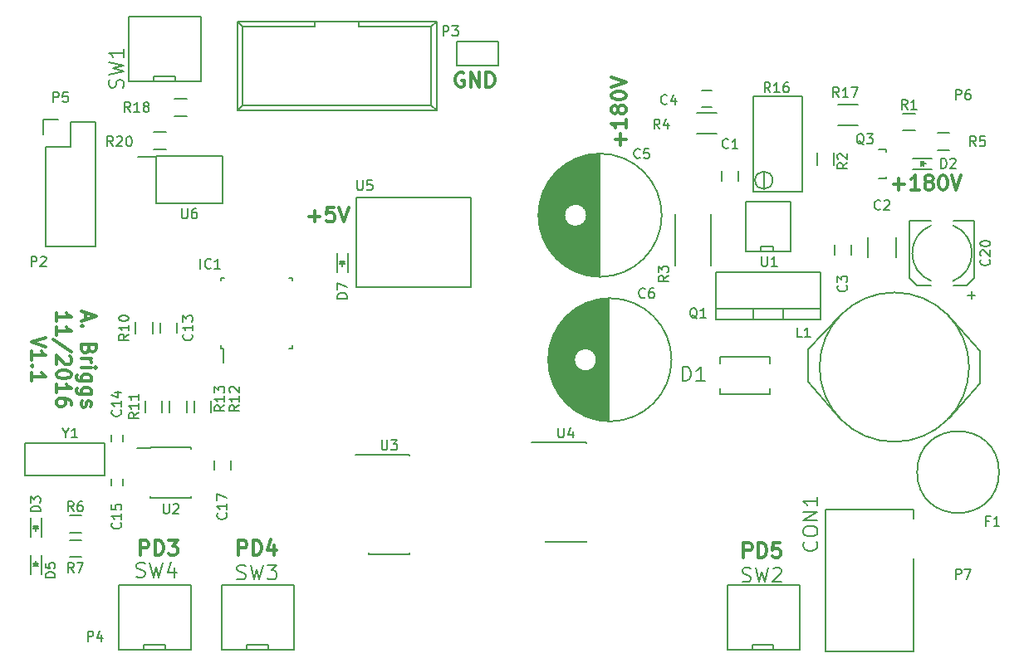
<source format=gto>
G04 #@! TF.FileFunction,Legend,Top*
%FSLAX46Y46*%
G04 Gerber Fmt 4.6, Leading zero omitted, Abs format (unit mm)*
G04 Created by KiCad (PCBNEW 4.0.4-stable) date 11/22/16 21:10:50*
%MOMM*%
%LPD*%
G01*
G04 APERTURE LIST*
%ADD10C,0.100000*%
%ADD11C,0.300000*%
%ADD12C,0.150000*%
G04 APERTURE END LIST*
D10*
D11*
X159607143Y-61000000D02*
X159464286Y-60928571D01*
X159250000Y-60928571D01*
X159035715Y-61000000D01*
X158892857Y-61142857D01*
X158821429Y-61285714D01*
X158750000Y-61571429D01*
X158750000Y-61785714D01*
X158821429Y-62071429D01*
X158892857Y-62214286D01*
X159035715Y-62357143D01*
X159250000Y-62428571D01*
X159392857Y-62428571D01*
X159607143Y-62357143D01*
X159678572Y-62285714D01*
X159678572Y-61785714D01*
X159392857Y-61785714D01*
X160321429Y-62428571D02*
X160321429Y-60928571D01*
X161178572Y-62428571D01*
X161178572Y-60928571D01*
X161892858Y-62428571D02*
X161892858Y-60928571D01*
X162250001Y-60928571D01*
X162464286Y-61000000D01*
X162607144Y-61142857D01*
X162678572Y-61285714D01*
X162750001Y-61571429D01*
X162750001Y-61785714D01*
X162678572Y-62071429D01*
X162607144Y-62214286D01*
X162464286Y-62357143D01*
X162250001Y-62428571D01*
X161892858Y-62428571D01*
X175607143Y-68357142D02*
X175607143Y-67214285D01*
X176178571Y-67785714D02*
X175035714Y-67785714D01*
X176178571Y-65714285D02*
X176178571Y-66571428D01*
X176178571Y-66142856D02*
X174678571Y-66142856D01*
X174892857Y-66285713D01*
X175035714Y-66428571D01*
X175107143Y-66571428D01*
X175321429Y-64857142D02*
X175250000Y-65000000D01*
X175178571Y-65071428D01*
X175035714Y-65142857D01*
X174964286Y-65142857D01*
X174821429Y-65071428D01*
X174750000Y-65000000D01*
X174678571Y-64857142D01*
X174678571Y-64571428D01*
X174750000Y-64428571D01*
X174821429Y-64357142D01*
X174964286Y-64285714D01*
X175035714Y-64285714D01*
X175178571Y-64357142D01*
X175250000Y-64428571D01*
X175321429Y-64571428D01*
X175321429Y-64857142D01*
X175392857Y-65000000D01*
X175464286Y-65071428D01*
X175607143Y-65142857D01*
X175892857Y-65142857D01*
X176035714Y-65071428D01*
X176107143Y-65000000D01*
X176178571Y-64857142D01*
X176178571Y-64571428D01*
X176107143Y-64428571D01*
X176035714Y-64357142D01*
X175892857Y-64285714D01*
X175607143Y-64285714D01*
X175464286Y-64357142D01*
X175392857Y-64428571D01*
X175321429Y-64571428D01*
X174678571Y-63357143D02*
X174678571Y-63214286D01*
X174750000Y-63071429D01*
X174821429Y-63000000D01*
X174964286Y-62928571D01*
X175250000Y-62857143D01*
X175607143Y-62857143D01*
X175892857Y-62928571D01*
X176035714Y-63000000D01*
X176107143Y-63071429D01*
X176178571Y-63214286D01*
X176178571Y-63357143D01*
X176107143Y-63500000D01*
X176035714Y-63571429D01*
X175892857Y-63642857D01*
X175607143Y-63714286D01*
X175250000Y-63714286D01*
X174964286Y-63642857D01*
X174821429Y-63571429D01*
X174750000Y-63500000D01*
X174678571Y-63357143D01*
X174678571Y-62428572D02*
X176178571Y-61928572D01*
X174678571Y-61428572D01*
X126642858Y-110178571D02*
X126642858Y-108678571D01*
X127214286Y-108678571D01*
X127357144Y-108750000D01*
X127428572Y-108821429D01*
X127500001Y-108964286D01*
X127500001Y-109178571D01*
X127428572Y-109321429D01*
X127357144Y-109392857D01*
X127214286Y-109464286D01*
X126642858Y-109464286D01*
X128142858Y-110178571D02*
X128142858Y-108678571D01*
X128500001Y-108678571D01*
X128714286Y-108750000D01*
X128857144Y-108892857D01*
X128928572Y-109035714D01*
X129000001Y-109321429D01*
X129000001Y-109535714D01*
X128928572Y-109821429D01*
X128857144Y-109964286D01*
X128714286Y-110107143D01*
X128500001Y-110178571D01*
X128142858Y-110178571D01*
X129500001Y-108678571D02*
X130428572Y-108678571D01*
X129928572Y-109250000D01*
X130142858Y-109250000D01*
X130285715Y-109321429D01*
X130357144Y-109392857D01*
X130428572Y-109535714D01*
X130428572Y-109892857D01*
X130357144Y-110035714D01*
X130285715Y-110107143D01*
X130142858Y-110178571D01*
X129714286Y-110178571D01*
X129571429Y-110107143D01*
X129500001Y-110035714D01*
X136642858Y-110178571D02*
X136642858Y-108678571D01*
X137214286Y-108678571D01*
X137357144Y-108750000D01*
X137428572Y-108821429D01*
X137500001Y-108964286D01*
X137500001Y-109178571D01*
X137428572Y-109321429D01*
X137357144Y-109392857D01*
X137214286Y-109464286D01*
X136642858Y-109464286D01*
X138142858Y-110178571D02*
X138142858Y-108678571D01*
X138500001Y-108678571D01*
X138714286Y-108750000D01*
X138857144Y-108892857D01*
X138928572Y-109035714D01*
X139000001Y-109321429D01*
X139000001Y-109535714D01*
X138928572Y-109821429D01*
X138857144Y-109964286D01*
X138714286Y-110107143D01*
X138500001Y-110178571D01*
X138142858Y-110178571D01*
X140285715Y-109178571D02*
X140285715Y-110178571D01*
X139928572Y-108607143D02*
X139571429Y-109678571D01*
X140500001Y-109678571D01*
X188142858Y-110428571D02*
X188142858Y-108928571D01*
X188714286Y-108928571D01*
X188857144Y-109000000D01*
X188928572Y-109071429D01*
X189000001Y-109214286D01*
X189000001Y-109428571D01*
X188928572Y-109571429D01*
X188857144Y-109642857D01*
X188714286Y-109714286D01*
X188142858Y-109714286D01*
X189642858Y-110428571D02*
X189642858Y-108928571D01*
X190000001Y-108928571D01*
X190214286Y-109000000D01*
X190357144Y-109142857D01*
X190428572Y-109285714D01*
X190500001Y-109571429D01*
X190500001Y-109785714D01*
X190428572Y-110071429D01*
X190357144Y-110214286D01*
X190214286Y-110357143D01*
X190000001Y-110428571D01*
X189642858Y-110428571D01*
X191857144Y-108928571D02*
X191142858Y-108928571D01*
X191071429Y-109642857D01*
X191142858Y-109571429D01*
X191285715Y-109500000D01*
X191642858Y-109500000D01*
X191785715Y-109571429D01*
X191857144Y-109642857D01*
X191928572Y-109785714D01*
X191928572Y-110142857D01*
X191857144Y-110285714D01*
X191785715Y-110357143D01*
X191642858Y-110428571D01*
X191285715Y-110428571D01*
X191142858Y-110357143D01*
X191071429Y-110285714D01*
X203392858Y-72357143D02*
X204535715Y-72357143D01*
X203964286Y-72928571D02*
X203964286Y-71785714D01*
X206035715Y-72928571D02*
X205178572Y-72928571D01*
X205607144Y-72928571D02*
X205607144Y-71428571D01*
X205464287Y-71642857D01*
X205321429Y-71785714D01*
X205178572Y-71857143D01*
X206892858Y-72071429D02*
X206750000Y-72000000D01*
X206678572Y-71928571D01*
X206607143Y-71785714D01*
X206607143Y-71714286D01*
X206678572Y-71571429D01*
X206750000Y-71500000D01*
X206892858Y-71428571D01*
X207178572Y-71428571D01*
X207321429Y-71500000D01*
X207392858Y-71571429D01*
X207464286Y-71714286D01*
X207464286Y-71785714D01*
X207392858Y-71928571D01*
X207321429Y-72000000D01*
X207178572Y-72071429D01*
X206892858Y-72071429D01*
X206750000Y-72142857D01*
X206678572Y-72214286D01*
X206607143Y-72357143D01*
X206607143Y-72642857D01*
X206678572Y-72785714D01*
X206750000Y-72857143D01*
X206892858Y-72928571D01*
X207178572Y-72928571D01*
X207321429Y-72857143D01*
X207392858Y-72785714D01*
X207464286Y-72642857D01*
X207464286Y-72357143D01*
X207392858Y-72214286D01*
X207321429Y-72142857D01*
X207178572Y-72071429D01*
X208392857Y-71428571D02*
X208535714Y-71428571D01*
X208678571Y-71500000D01*
X208750000Y-71571429D01*
X208821429Y-71714286D01*
X208892857Y-72000000D01*
X208892857Y-72357143D01*
X208821429Y-72642857D01*
X208750000Y-72785714D01*
X208678571Y-72857143D01*
X208535714Y-72928571D01*
X208392857Y-72928571D01*
X208250000Y-72857143D01*
X208178571Y-72785714D01*
X208107143Y-72642857D01*
X208035714Y-72357143D01*
X208035714Y-72000000D01*
X208107143Y-71714286D01*
X208178571Y-71571429D01*
X208250000Y-71500000D01*
X208392857Y-71428571D01*
X209321428Y-71428571D02*
X209821428Y-72928571D01*
X210321428Y-71428571D01*
X143821429Y-75607143D02*
X144964286Y-75607143D01*
X144392857Y-76178571D02*
X144392857Y-75035714D01*
X146392858Y-74678571D02*
X145678572Y-74678571D01*
X145607143Y-75392857D01*
X145678572Y-75321429D01*
X145821429Y-75250000D01*
X146178572Y-75250000D01*
X146321429Y-75321429D01*
X146392858Y-75392857D01*
X146464286Y-75535714D01*
X146464286Y-75892857D01*
X146392858Y-76035714D01*
X146321429Y-76107143D01*
X146178572Y-76178571D01*
X145821429Y-76178571D01*
X145678572Y-76107143D01*
X145607143Y-76035714D01*
X146892857Y-74678571D02*
X147392857Y-76178571D01*
X147892857Y-74678571D01*
X121050000Y-85428571D02*
X121050000Y-86142857D01*
X120621429Y-85285714D02*
X122121429Y-85785714D01*
X120621429Y-86285714D01*
X120764286Y-86785714D02*
X120692857Y-86857142D01*
X120621429Y-86785714D01*
X120692857Y-86714285D01*
X120764286Y-86785714D01*
X120621429Y-86785714D01*
X121407143Y-89142857D02*
X121335714Y-89357143D01*
X121264286Y-89428571D01*
X121121429Y-89500000D01*
X120907143Y-89500000D01*
X120764286Y-89428571D01*
X120692857Y-89357143D01*
X120621429Y-89214285D01*
X120621429Y-88642857D01*
X122121429Y-88642857D01*
X122121429Y-89142857D01*
X122050000Y-89285714D01*
X121978571Y-89357143D01*
X121835714Y-89428571D01*
X121692857Y-89428571D01*
X121550000Y-89357143D01*
X121478571Y-89285714D01*
X121407143Y-89142857D01*
X121407143Y-88642857D01*
X120621429Y-90142857D02*
X121621429Y-90142857D01*
X121335714Y-90142857D02*
X121478571Y-90214285D01*
X121550000Y-90285714D01*
X121621429Y-90428571D01*
X121621429Y-90571428D01*
X120621429Y-91071428D02*
X121621429Y-91071428D01*
X122121429Y-91071428D02*
X122050000Y-90999999D01*
X121978571Y-91071428D01*
X122050000Y-91142856D01*
X122121429Y-91071428D01*
X121978571Y-91071428D01*
X121621429Y-92428571D02*
X120407143Y-92428571D01*
X120264286Y-92357142D01*
X120192857Y-92285714D01*
X120121429Y-92142857D01*
X120121429Y-91928571D01*
X120192857Y-91785714D01*
X120692857Y-92428571D02*
X120621429Y-92285714D01*
X120621429Y-92000000D01*
X120692857Y-91857142D01*
X120764286Y-91785714D01*
X120907143Y-91714285D01*
X121335714Y-91714285D01*
X121478571Y-91785714D01*
X121550000Y-91857142D01*
X121621429Y-92000000D01*
X121621429Y-92285714D01*
X121550000Y-92428571D01*
X121621429Y-93785714D02*
X120407143Y-93785714D01*
X120264286Y-93714285D01*
X120192857Y-93642857D01*
X120121429Y-93500000D01*
X120121429Y-93285714D01*
X120192857Y-93142857D01*
X120692857Y-93785714D02*
X120621429Y-93642857D01*
X120621429Y-93357143D01*
X120692857Y-93214285D01*
X120764286Y-93142857D01*
X120907143Y-93071428D01*
X121335714Y-93071428D01*
X121478571Y-93142857D01*
X121550000Y-93214285D01*
X121621429Y-93357143D01*
X121621429Y-93642857D01*
X121550000Y-93785714D01*
X120692857Y-94428571D02*
X120621429Y-94571428D01*
X120621429Y-94857143D01*
X120692857Y-95000000D01*
X120835714Y-95071428D01*
X120907143Y-95071428D01*
X121050000Y-95000000D01*
X121121429Y-94857143D01*
X121121429Y-94642857D01*
X121192857Y-94500000D01*
X121335714Y-94428571D01*
X121407143Y-94428571D01*
X121550000Y-94500000D01*
X121621429Y-94642857D01*
X121621429Y-94857143D01*
X121550000Y-95000000D01*
X118071429Y-86321430D02*
X118071429Y-85464287D01*
X118071429Y-85892859D02*
X119571429Y-85892859D01*
X119357143Y-85750002D01*
X119214286Y-85607144D01*
X119142857Y-85464287D01*
X118071429Y-87750001D02*
X118071429Y-86892858D01*
X118071429Y-87321430D02*
X119571429Y-87321430D01*
X119357143Y-87178573D01*
X119214286Y-87035715D01*
X119142857Y-86892858D01*
X119642857Y-89464286D02*
X117714286Y-88178572D01*
X119428571Y-89892858D02*
X119500000Y-89964287D01*
X119571429Y-90107144D01*
X119571429Y-90464287D01*
X119500000Y-90607144D01*
X119428571Y-90678573D01*
X119285714Y-90750001D01*
X119142857Y-90750001D01*
X118928571Y-90678573D01*
X118071429Y-89821430D01*
X118071429Y-90750001D01*
X119571429Y-91678572D02*
X119571429Y-91821429D01*
X119500000Y-91964286D01*
X119428571Y-92035715D01*
X119285714Y-92107144D01*
X119000000Y-92178572D01*
X118642857Y-92178572D01*
X118357143Y-92107144D01*
X118214286Y-92035715D01*
X118142857Y-91964286D01*
X118071429Y-91821429D01*
X118071429Y-91678572D01*
X118142857Y-91535715D01*
X118214286Y-91464286D01*
X118357143Y-91392858D01*
X118642857Y-91321429D01*
X119000000Y-91321429D01*
X119285714Y-91392858D01*
X119428571Y-91464286D01*
X119500000Y-91535715D01*
X119571429Y-91678572D01*
X118071429Y-93607143D02*
X118071429Y-92750000D01*
X118071429Y-93178572D02*
X119571429Y-93178572D01*
X119357143Y-93035715D01*
X119214286Y-92892857D01*
X119142857Y-92750000D01*
X119571429Y-94892857D02*
X119571429Y-94607143D01*
X119500000Y-94464286D01*
X119428571Y-94392857D01*
X119214286Y-94250000D01*
X118928571Y-94178571D01*
X118357143Y-94178571D01*
X118214286Y-94250000D01*
X118142857Y-94321428D01*
X118071429Y-94464286D01*
X118071429Y-94750000D01*
X118142857Y-94892857D01*
X118214286Y-94964286D01*
X118357143Y-95035714D01*
X118714286Y-95035714D01*
X118857143Y-94964286D01*
X118928571Y-94892857D01*
X119000000Y-94750000D01*
X119000000Y-94464286D01*
X118928571Y-94321428D01*
X118857143Y-94250000D01*
X118714286Y-94178571D01*
X117021429Y-87964286D02*
X115521429Y-88464286D01*
X117021429Y-88964286D01*
X115521429Y-90250000D02*
X115521429Y-89392857D01*
X115521429Y-89821429D02*
X117021429Y-89821429D01*
X116807143Y-89678572D01*
X116664286Y-89535714D01*
X116592857Y-89392857D01*
X115664286Y-90892857D02*
X115592857Y-90964285D01*
X115521429Y-90892857D01*
X115592857Y-90821428D01*
X115664286Y-90892857D01*
X115521429Y-90892857D01*
X115521429Y-92392857D02*
X115521429Y-91535714D01*
X115521429Y-91964286D02*
X117021429Y-91964286D01*
X116807143Y-91821429D01*
X116664286Y-91678571D01*
X116592857Y-91535714D01*
D12*
X122060000Y-65980000D02*
X122060000Y-78680000D01*
X122060000Y-78680000D02*
X116980000Y-78680000D01*
X116980000Y-78680000D02*
X116980000Y-68520000D01*
X122060000Y-65980000D02*
X119520000Y-65980000D01*
X118250000Y-65700000D02*
X116700000Y-65700000D01*
X119520000Y-65980000D02*
X119520000Y-68520000D01*
X119520000Y-68520000D02*
X116980000Y-68520000D01*
X116700000Y-65700000D02*
X116700000Y-67250000D01*
X201949200Y-68750180D02*
X202650240Y-68750180D01*
X202650240Y-68750180D02*
X202650240Y-68999100D01*
X202650240Y-71549160D02*
X202650240Y-71749820D01*
X202650240Y-71749820D02*
X201949200Y-71749820D01*
X146700000Y-79400000D02*
X146700000Y-81300000D01*
X147800000Y-79400000D02*
X147800000Y-81300000D01*
X147250000Y-80300000D02*
X147250000Y-80750000D01*
X147500000Y-80250000D02*
X147000000Y-80250000D01*
X147250000Y-80250000D02*
X147500000Y-80500000D01*
X147500000Y-80500000D02*
X147000000Y-80500000D01*
X147000000Y-80500000D02*
X147250000Y-80250000D01*
X214175000Y-101710000D02*
G75*
G03X214175000Y-101710000I-4175000J0D01*
G01*
X131350000Y-65375000D02*
X130150000Y-65375000D01*
X130150000Y-63625000D02*
X131350000Y-63625000D01*
X127675000Y-99175000D02*
X127675000Y-99225000D01*
X131825000Y-99175000D02*
X131825000Y-99320000D01*
X131825000Y-104325000D02*
X131825000Y-104180000D01*
X127675000Y-104325000D02*
X127675000Y-104180000D01*
X127675000Y-99175000D02*
X131825000Y-99175000D01*
X127675000Y-104325000D02*
X131825000Y-104325000D01*
X127675000Y-99225000D02*
X126275000Y-99225000D01*
X185900000Y-71000000D02*
X185900000Y-72000000D01*
X187600000Y-72000000D02*
X187600000Y-71000000D01*
X197400000Y-78500000D02*
X197400000Y-79500000D01*
X199100000Y-79500000D02*
X199100000Y-78500000D01*
X183875000Y-64475000D02*
X184875000Y-64475000D01*
X184875000Y-62775000D02*
X183875000Y-62775000D01*
X173425000Y-81750000D02*
X173425000Y-69250000D01*
X173285000Y-81746000D02*
X173285000Y-69254000D01*
X173145000Y-81740000D02*
X173145000Y-69260000D01*
X173005000Y-81730000D02*
X173005000Y-69270000D01*
X172865000Y-81718000D02*
X172865000Y-69282000D01*
X172725000Y-81702000D02*
X172725000Y-69298000D01*
X172585000Y-81683000D02*
X172585000Y-69317000D01*
X172445000Y-81660000D02*
X172445000Y-69340000D01*
X172305000Y-81635000D02*
X172305000Y-69365000D01*
X172165000Y-81606000D02*
X172165000Y-69394000D01*
X172025000Y-81573000D02*
X172025000Y-76021000D01*
X172025000Y-74979000D02*
X172025000Y-69427000D01*
X171885000Y-81538000D02*
X171885000Y-76234000D01*
X171885000Y-74766000D02*
X171885000Y-69462000D01*
X171745000Y-81499000D02*
X171745000Y-76376000D01*
X171745000Y-74624000D02*
X171745000Y-69501000D01*
X171605000Y-81456000D02*
X171605000Y-76478000D01*
X171605000Y-74522000D02*
X171605000Y-69544000D01*
X171465000Y-81409000D02*
X171465000Y-76552000D01*
X171465000Y-74448000D02*
X171465000Y-69591000D01*
X171325000Y-81359000D02*
X171325000Y-76603000D01*
X171325000Y-74397000D02*
X171325000Y-69641000D01*
X171185000Y-81305000D02*
X171185000Y-76635000D01*
X171185000Y-74365000D02*
X171185000Y-69695000D01*
X171045000Y-81248000D02*
X171045000Y-76649000D01*
X171045000Y-74351000D02*
X171045000Y-69752000D01*
X170905000Y-81186000D02*
X170905000Y-76646000D01*
X170905000Y-74354000D02*
X170905000Y-69814000D01*
X170765000Y-81120000D02*
X170765000Y-76626000D01*
X170765000Y-74374000D02*
X170765000Y-69880000D01*
X170625000Y-81049000D02*
X170625000Y-76587000D01*
X170625000Y-74413000D02*
X170625000Y-69951000D01*
X170485000Y-80975000D02*
X170485000Y-76528000D01*
X170485000Y-74472000D02*
X170485000Y-70025000D01*
X170345000Y-80895000D02*
X170345000Y-76445000D01*
X170345000Y-74555000D02*
X170345000Y-70105000D01*
X170205000Y-80811000D02*
X170205000Y-76331000D01*
X170205000Y-74669000D02*
X170205000Y-70189000D01*
X170065000Y-80721000D02*
X170065000Y-76170000D01*
X170065000Y-74830000D02*
X170065000Y-70279000D01*
X169925000Y-80627000D02*
X169925000Y-75909000D01*
X169925000Y-75091000D02*
X169925000Y-70373000D01*
X169785000Y-80526000D02*
X169785000Y-70474000D01*
X169645000Y-80419000D02*
X169645000Y-70581000D01*
X169505000Y-80307000D02*
X169505000Y-70693000D01*
X169365000Y-80187000D02*
X169365000Y-70813000D01*
X169225000Y-80059000D02*
X169225000Y-70941000D01*
X169085000Y-79924000D02*
X169085000Y-71076000D01*
X168945000Y-79780000D02*
X168945000Y-71220000D01*
X168805000Y-79625000D02*
X168805000Y-71375000D01*
X168665000Y-79460000D02*
X168665000Y-71540000D01*
X168525000Y-79283000D02*
X168525000Y-71717000D01*
X168385000Y-79092000D02*
X168385000Y-71908000D01*
X168245000Y-78883000D02*
X168245000Y-72117000D01*
X168105000Y-78655000D02*
X168105000Y-72345000D01*
X167965000Y-78403000D02*
X167965000Y-72597000D01*
X167825000Y-78119000D02*
X167825000Y-72881000D01*
X167685000Y-77791000D02*
X167685000Y-73209000D01*
X167545000Y-77397000D02*
X167545000Y-73603000D01*
X167405000Y-76883000D02*
X167405000Y-74117000D01*
X167265000Y-75933000D02*
X167265000Y-75067000D01*
X172150000Y-75500000D02*
G75*
G03X172150000Y-75500000I-1150000J0D01*
G01*
X179787500Y-75500000D02*
G75*
G03X179787500Y-75500000I-6287500J0D01*
G01*
X174425000Y-96500000D02*
X174425000Y-84000000D01*
X174285000Y-96496000D02*
X174285000Y-84004000D01*
X174145000Y-96490000D02*
X174145000Y-84010000D01*
X174005000Y-96480000D02*
X174005000Y-84020000D01*
X173865000Y-96468000D02*
X173865000Y-84032000D01*
X173725000Y-96452000D02*
X173725000Y-84048000D01*
X173585000Y-96433000D02*
X173585000Y-84067000D01*
X173445000Y-96410000D02*
X173445000Y-84090000D01*
X173305000Y-96385000D02*
X173305000Y-84115000D01*
X173165000Y-96356000D02*
X173165000Y-84144000D01*
X173025000Y-96323000D02*
X173025000Y-90771000D01*
X173025000Y-89729000D02*
X173025000Y-84177000D01*
X172885000Y-96288000D02*
X172885000Y-90984000D01*
X172885000Y-89516000D02*
X172885000Y-84212000D01*
X172745000Y-96249000D02*
X172745000Y-91126000D01*
X172745000Y-89374000D02*
X172745000Y-84251000D01*
X172605000Y-96206000D02*
X172605000Y-91228000D01*
X172605000Y-89272000D02*
X172605000Y-84294000D01*
X172465000Y-96159000D02*
X172465000Y-91302000D01*
X172465000Y-89198000D02*
X172465000Y-84341000D01*
X172325000Y-96109000D02*
X172325000Y-91353000D01*
X172325000Y-89147000D02*
X172325000Y-84391000D01*
X172185000Y-96055000D02*
X172185000Y-91385000D01*
X172185000Y-89115000D02*
X172185000Y-84445000D01*
X172045000Y-95998000D02*
X172045000Y-91399000D01*
X172045000Y-89101000D02*
X172045000Y-84502000D01*
X171905000Y-95936000D02*
X171905000Y-91396000D01*
X171905000Y-89104000D02*
X171905000Y-84564000D01*
X171765000Y-95870000D02*
X171765000Y-91376000D01*
X171765000Y-89124000D02*
X171765000Y-84630000D01*
X171625000Y-95799000D02*
X171625000Y-91337000D01*
X171625000Y-89163000D02*
X171625000Y-84701000D01*
X171485000Y-95725000D02*
X171485000Y-91278000D01*
X171485000Y-89222000D02*
X171485000Y-84775000D01*
X171345000Y-95645000D02*
X171345000Y-91195000D01*
X171345000Y-89305000D02*
X171345000Y-84855000D01*
X171205000Y-95561000D02*
X171205000Y-91081000D01*
X171205000Y-89419000D02*
X171205000Y-84939000D01*
X171065000Y-95471000D02*
X171065000Y-90920000D01*
X171065000Y-89580000D02*
X171065000Y-85029000D01*
X170925000Y-95377000D02*
X170925000Y-90659000D01*
X170925000Y-89841000D02*
X170925000Y-85123000D01*
X170785000Y-95276000D02*
X170785000Y-85224000D01*
X170645000Y-95169000D02*
X170645000Y-85331000D01*
X170505000Y-95057000D02*
X170505000Y-85443000D01*
X170365000Y-94937000D02*
X170365000Y-85563000D01*
X170225000Y-94809000D02*
X170225000Y-85691000D01*
X170085000Y-94674000D02*
X170085000Y-85826000D01*
X169945000Y-94530000D02*
X169945000Y-85970000D01*
X169805000Y-94375000D02*
X169805000Y-86125000D01*
X169665000Y-94210000D02*
X169665000Y-86290000D01*
X169525000Y-94033000D02*
X169525000Y-86467000D01*
X169385000Y-93842000D02*
X169385000Y-86658000D01*
X169245000Y-93633000D02*
X169245000Y-86867000D01*
X169105000Y-93405000D02*
X169105000Y-87095000D01*
X168965000Y-93153000D02*
X168965000Y-87347000D01*
X168825000Y-92869000D02*
X168825000Y-87631000D01*
X168685000Y-92541000D02*
X168685000Y-87959000D01*
X168545000Y-92147000D02*
X168545000Y-88353000D01*
X168405000Y-91633000D02*
X168405000Y-88867000D01*
X168265000Y-90683000D02*
X168265000Y-89817000D01*
X173150000Y-90250000D02*
G75*
G03X173150000Y-90250000I-1150000J0D01*
G01*
X180787500Y-90250000D02*
G75*
G03X180787500Y-90250000I-6287500J0D01*
G01*
X130350000Y-87500000D02*
X130350000Y-86500000D01*
X128650000Y-86500000D02*
X128650000Y-87500000D01*
X134150000Y-100500000D02*
X134150000Y-101500000D01*
X135850000Y-101500000D02*
X135850000Y-100500000D01*
X185760000Y-93145000D02*
X185760000Y-93780000D01*
X185760000Y-93780000D02*
X190840000Y-93780000D01*
X190840000Y-93780000D02*
X190840000Y-93145000D01*
X190840000Y-89970000D02*
X190840000Y-90605000D01*
X185760000Y-89970000D02*
X185760000Y-90605000D01*
X185760000Y-89970000D02*
X190840000Y-89970000D01*
X134875000Y-89125000D02*
X135100000Y-89125000D01*
X134875000Y-81875000D02*
X135200000Y-81875000D01*
X142125000Y-81875000D02*
X141800000Y-81875000D01*
X142125000Y-89125000D02*
X141800000Y-89125000D01*
X134875000Y-89125000D02*
X134875000Y-88800000D01*
X142125000Y-89125000D02*
X142125000Y-88800000D01*
X142125000Y-81875000D02*
X142125000Y-82200000D01*
X134875000Y-81875000D02*
X134875000Y-82200000D01*
X135100000Y-89125000D02*
X135100000Y-90550000D01*
X204400000Y-65125000D02*
X205600000Y-65125000D01*
X205600000Y-66875000D02*
X204400000Y-66875000D01*
X195625000Y-70350000D02*
X195625000Y-69150000D01*
X197375000Y-69150000D02*
X197375000Y-70350000D01*
X183375000Y-65050000D02*
X185375000Y-65050000D01*
X185375000Y-67200000D02*
X183375000Y-67200000D01*
X119400000Y-106125000D02*
X120600000Y-106125000D01*
X120600000Y-107875000D02*
X119400000Y-107875000D01*
X119400000Y-108625000D02*
X120600000Y-108625000D01*
X120600000Y-110375000D02*
X119400000Y-110375000D01*
X126125000Y-87600000D02*
X126125000Y-86400000D01*
X127875000Y-86400000D02*
X127875000Y-87600000D01*
X127125000Y-95600000D02*
X127125000Y-94400000D01*
X128875000Y-94400000D02*
X128875000Y-95600000D01*
X132125000Y-95600000D02*
X132125000Y-94400000D01*
X133875000Y-94400000D02*
X133875000Y-95600000D01*
X129625000Y-95600000D02*
X129625000Y-94400000D01*
X131375000Y-94400000D02*
X131375000Y-95600000D01*
X149925000Y-99925000D02*
X149925000Y-99950000D01*
X154075000Y-99925000D02*
X154075000Y-100030000D01*
X154075000Y-110075000D02*
X154075000Y-109970000D01*
X149925000Y-110075000D02*
X149925000Y-109970000D01*
X149925000Y-99925000D02*
X154075000Y-99925000D01*
X149925000Y-110075000D02*
X154075000Y-110075000D01*
X149925000Y-99950000D02*
X148550000Y-99950000D01*
X167925000Y-98675000D02*
X167925000Y-98700000D01*
X172075000Y-98675000D02*
X172075000Y-98780000D01*
X172075000Y-108825000D02*
X172075000Y-108720000D01*
X167925000Y-108825000D02*
X167925000Y-108720000D01*
X167925000Y-98675000D02*
X172075000Y-98675000D01*
X167925000Y-108825000D02*
X172075000Y-108825000D01*
X167925000Y-98700000D02*
X166550000Y-98700000D01*
X205400000Y-70800000D02*
X207300000Y-70800000D01*
X205400000Y-69700000D02*
X207300000Y-69700000D01*
X206300000Y-70250000D02*
X206750000Y-70250000D01*
X206250000Y-70000000D02*
X206250000Y-70500000D01*
X206250000Y-70250000D02*
X206500000Y-70000000D01*
X206500000Y-70000000D02*
X206500000Y-70500000D01*
X206500000Y-70500000D02*
X206250000Y-70250000D01*
X115450000Y-106400000D02*
X115450000Y-108300000D01*
X116550000Y-106400000D02*
X116550000Y-108300000D01*
X116000000Y-107300000D02*
X116000000Y-107750000D01*
X116250000Y-107250000D02*
X115750000Y-107250000D01*
X116000000Y-107250000D02*
X116250000Y-107500000D01*
X116250000Y-107500000D02*
X115750000Y-107500000D01*
X115750000Y-107500000D02*
X116000000Y-107250000D01*
X116550000Y-112100000D02*
X116550000Y-110200000D01*
X115450000Y-112100000D02*
X115450000Y-110200000D01*
X116000000Y-111200000D02*
X116000000Y-110750000D01*
X115750000Y-111250000D02*
X116250000Y-111250000D01*
X116000000Y-111250000D02*
X115750000Y-111000000D01*
X115750000Y-111000000D02*
X116250000Y-111000000D01*
X116250000Y-111000000D02*
X116000000Y-111250000D01*
X207900000Y-67125000D02*
X209100000Y-67125000D01*
X209100000Y-68875000D02*
X207900000Y-68875000D01*
X124850000Y-97900000D02*
X124850000Y-98600000D01*
X123650000Y-98600000D02*
X123650000Y-97900000D01*
X123650000Y-103100000D02*
X123650000Y-102400000D01*
X124850000Y-102400000D02*
X124850000Y-103100000D01*
X123020000Y-98750000D02*
X114892000Y-98750000D01*
X114892000Y-98750000D02*
X114892000Y-102052000D01*
X114892000Y-102052000D02*
X123020000Y-102052000D01*
X123020000Y-98750000D02*
X123020000Y-102052000D01*
X156830000Y-64820000D02*
X136510000Y-64820000D01*
X156290000Y-64270000D02*
X137070000Y-64270000D01*
X156830000Y-55720000D02*
X136510000Y-55720000D01*
X156290000Y-56270000D02*
X148920000Y-56270000D01*
X144420000Y-56270000D02*
X137070000Y-56270000D01*
X148920000Y-56270000D02*
X148920000Y-55720000D01*
X144420000Y-56270000D02*
X144420000Y-55720000D01*
X156830000Y-64820000D02*
X156830000Y-55720000D01*
X156290000Y-64270000D02*
X156290000Y-56270000D01*
X136510000Y-64820000D02*
X136510000Y-55720000D01*
X137070000Y-64270000D02*
X137070000Y-56270000D01*
X156830000Y-64820000D02*
X156290000Y-64270000D01*
X136510000Y-64820000D02*
X137070000Y-64270000D01*
X156830000Y-55720000D02*
X156290000Y-56270000D01*
X136510000Y-55720000D02*
X137070000Y-56270000D01*
X188339000Y-79165000D02*
X188339000Y-74085000D01*
X188339000Y-74085000D02*
X192911000Y-74085000D01*
X192911000Y-74085000D02*
X192911000Y-79165000D01*
X192911000Y-79165000D02*
X188339000Y-79165000D01*
X189863000Y-79165000D02*
X189863000Y-78657000D01*
X189863000Y-78657000D02*
X191133000Y-78657000D01*
X191133000Y-78657000D02*
X191133000Y-79165000D01*
X200775000Y-77750000D02*
X200775000Y-79750000D01*
X203725000Y-79750000D02*
X203725000Y-77750000D01*
X209490262Y-82208022D02*
G75*
G03X209492600Y-76542900I-1115262J2833022D01*
G01*
X207259738Y-76541978D02*
G75*
G03X207257400Y-82207100I1115262J-2833022D01*
G01*
X210915000Y-82677000D02*
X209492600Y-82677000D01*
X211677000Y-76073000D02*
X209492600Y-76073000D01*
X205073000Y-76073000D02*
X207257400Y-76073000D01*
X205835000Y-82677000D02*
X207257400Y-82677000D01*
X211677000Y-76073000D02*
X211677000Y-81915000D01*
X211677000Y-81915000D02*
X210915000Y-82677000D01*
X205835000Y-82677000D02*
X205073000Y-81915000D01*
X205073000Y-81915000D02*
X205073000Y-76073000D01*
X184825000Y-75400000D02*
X184825000Y-80600000D01*
X181175000Y-80600000D02*
X181175000Y-75400000D01*
X197750000Y-64175000D02*
X199750000Y-64175000D01*
X199750000Y-66325000D02*
X197750000Y-66325000D01*
X192149000Y-86173000D02*
X192149000Y-85030000D01*
X189101000Y-86173000D02*
X189101000Y-85030000D01*
X185291000Y-85030000D02*
X185291000Y-81347000D01*
X185291000Y-81347000D02*
X195959000Y-81347000D01*
X195959000Y-81347000D02*
X195959000Y-85030000D01*
X185291000Y-86173000D02*
X185291000Y-85030000D01*
X185291000Y-85030000D02*
X195959000Y-85030000D01*
X195959000Y-85030000D02*
X195959000Y-86173000D01*
X190625000Y-86173000D02*
X195959000Y-86173000D01*
X190625000Y-86173000D02*
X185291000Y-86173000D01*
X129225000Y-68750000D02*
X128025000Y-68750000D01*
X128025000Y-67000000D02*
X129225000Y-67000000D01*
X128225000Y-69575000D02*
X126425000Y-69575000D01*
X135025000Y-69425000D02*
X135025000Y-74325000D01*
X128225000Y-74325000D02*
X128225000Y-69425000D01*
X135025000Y-74325000D02*
X128225000Y-74325000D01*
X135025000Y-69425000D02*
X128225000Y-69425000D01*
X205500000Y-110500000D02*
X205500000Y-120000000D01*
X205500000Y-105500000D02*
X205500000Y-106500000D01*
X205500000Y-105500000D02*
X196500000Y-105500000D01*
X196500000Y-105500000D02*
X196500000Y-120000000D01*
X196500000Y-120000000D02*
X205500000Y-120000000D01*
X127016000Y-119830000D02*
X127016000Y-119322000D01*
X127016000Y-119322000D02*
X129175000Y-119322000D01*
X129175000Y-119322000D02*
X129175000Y-119830000D01*
X124476000Y-115766000D02*
X124476000Y-113226000D01*
X124476000Y-113226000D02*
X131842000Y-113226000D01*
X131842000Y-113226000D02*
X131842000Y-115766000D01*
X124476000Y-115766000D02*
X124476000Y-119830000D01*
X124476000Y-119830000D02*
X131842000Y-119830000D01*
X131842000Y-119830000D02*
X131842000Y-115766000D01*
X137516000Y-119830000D02*
X137516000Y-119322000D01*
X137516000Y-119322000D02*
X139675000Y-119322000D01*
X139675000Y-119322000D02*
X139675000Y-119830000D01*
X134976000Y-115766000D02*
X134976000Y-113226000D01*
X134976000Y-113226000D02*
X142342000Y-113226000D01*
X142342000Y-113226000D02*
X142342000Y-115766000D01*
X134976000Y-115766000D02*
X134976000Y-119830000D01*
X134976000Y-119830000D02*
X142342000Y-119830000D01*
X142342000Y-119830000D02*
X142342000Y-115766000D01*
X189016000Y-119830000D02*
X189016000Y-119322000D01*
X189016000Y-119322000D02*
X191175000Y-119322000D01*
X191175000Y-119322000D02*
X191175000Y-119830000D01*
X186476000Y-115766000D02*
X186476000Y-113226000D01*
X186476000Y-113226000D02*
X193842000Y-113226000D01*
X193842000Y-113226000D02*
X193842000Y-115766000D01*
X186476000Y-115766000D02*
X186476000Y-119830000D01*
X186476000Y-119830000D02*
X193842000Y-119830000D01*
X193842000Y-119830000D02*
X193842000Y-115766000D01*
X128016000Y-61830000D02*
X128016000Y-61322000D01*
X128016000Y-61322000D02*
X130175000Y-61322000D01*
X130175000Y-61322000D02*
X130175000Y-61830000D01*
X125476000Y-57766000D02*
X125476000Y-55226000D01*
X125476000Y-55226000D02*
X132842000Y-55226000D01*
X132842000Y-55226000D02*
X132842000Y-57766000D01*
X125476000Y-57766000D02*
X125476000Y-61830000D01*
X125476000Y-61830000D02*
X132842000Y-61830000D01*
X132842000Y-61830000D02*
X132842000Y-57766000D01*
X160342000Y-73710000D02*
X148658000Y-73710000D01*
X148658000Y-73710000D02*
X148658000Y-82854000D01*
X148658000Y-82854000D02*
X160342000Y-82854000D01*
X160342000Y-82854000D02*
X160342000Y-73710000D01*
X190198000Y-72822000D02*
X190198000Y-71044000D01*
X191096026Y-71933000D02*
G75*
G03X191096026Y-71933000I-898026J0D01*
G01*
X194100000Y-63400000D02*
X194100000Y-73100000D01*
X194100000Y-73100000D02*
X189100000Y-73100000D01*
X194100000Y-63400000D02*
X189100000Y-63400000D01*
X189100000Y-73076000D02*
X189100000Y-63424000D01*
X194737000Y-89222000D02*
X197912000Y-85793000D01*
X212263000Y-89349000D02*
X208834000Y-85539000D01*
X194737000Y-92524000D02*
X197912000Y-96207000D01*
X212263000Y-92651000D02*
X209088000Y-96207000D01*
X211120000Y-91000000D02*
G75*
G03X211120000Y-91000000I-7620000J0D01*
G01*
X194737000Y-92524000D02*
X194737000Y-89222000D01*
X212263000Y-92651000D02*
X212263000Y-89349000D01*
X158900000Y-57800000D02*
X163100000Y-57800000D01*
X163100000Y-57800000D02*
X163100000Y-60200000D01*
X163100000Y-60200000D02*
X158900000Y-60200000D01*
X158900000Y-60200000D02*
X158900000Y-57800000D01*
X115511905Y-80702381D02*
X115511905Y-79702381D01*
X115892858Y-79702381D01*
X115988096Y-79750000D01*
X116035715Y-79797619D01*
X116083334Y-79892857D01*
X116083334Y-80035714D01*
X116035715Y-80130952D01*
X115988096Y-80178571D01*
X115892858Y-80226190D01*
X115511905Y-80226190D01*
X116464286Y-79797619D02*
X116511905Y-79750000D01*
X116607143Y-79702381D01*
X116845239Y-79702381D01*
X116940477Y-79750000D01*
X116988096Y-79797619D01*
X117035715Y-79892857D01*
X117035715Y-79988095D01*
X116988096Y-80130952D01*
X116416667Y-80702381D01*
X117035715Y-80702381D01*
X200404762Y-68297619D02*
X200309524Y-68250000D01*
X200214286Y-68154762D01*
X200071429Y-68011905D01*
X199976190Y-67964286D01*
X199880952Y-67964286D01*
X199928571Y-68202381D02*
X199833333Y-68154762D01*
X199738095Y-68059524D01*
X199690476Y-67869048D01*
X199690476Y-67535714D01*
X199738095Y-67345238D01*
X199833333Y-67250000D01*
X199928571Y-67202381D01*
X200119048Y-67202381D01*
X200214286Y-67250000D01*
X200309524Y-67345238D01*
X200357143Y-67535714D01*
X200357143Y-67869048D01*
X200309524Y-68059524D01*
X200214286Y-68154762D01*
X200119048Y-68202381D01*
X199928571Y-68202381D01*
X200690476Y-67202381D02*
X201309524Y-67202381D01*
X200976190Y-67583333D01*
X201119048Y-67583333D01*
X201214286Y-67630952D01*
X201261905Y-67678571D01*
X201309524Y-67773810D01*
X201309524Y-68011905D01*
X201261905Y-68107143D01*
X201214286Y-68154762D01*
X201119048Y-68202381D01*
X200833333Y-68202381D01*
X200738095Y-68154762D01*
X200690476Y-68107143D01*
X147702381Y-83988095D02*
X146702381Y-83988095D01*
X146702381Y-83750000D01*
X146750000Y-83607142D01*
X146845238Y-83511904D01*
X146940476Y-83464285D01*
X147130952Y-83416666D01*
X147273810Y-83416666D01*
X147464286Y-83464285D01*
X147559524Y-83511904D01*
X147654762Y-83607142D01*
X147702381Y-83750000D01*
X147702381Y-83988095D01*
X146702381Y-83083333D02*
X146702381Y-82416666D01*
X147702381Y-82845238D01*
X213166667Y-106678571D02*
X212833333Y-106678571D01*
X212833333Y-107202381D02*
X212833333Y-106202381D01*
X213309524Y-106202381D01*
X214214286Y-107202381D02*
X213642857Y-107202381D01*
X213928571Y-107202381D02*
X213928571Y-106202381D01*
X213833333Y-106345238D01*
X213738095Y-106440476D01*
X213642857Y-106488095D01*
X125607143Y-64952381D02*
X125273809Y-64476190D01*
X125035714Y-64952381D02*
X125035714Y-63952381D01*
X125416667Y-63952381D01*
X125511905Y-64000000D01*
X125559524Y-64047619D01*
X125607143Y-64142857D01*
X125607143Y-64285714D01*
X125559524Y-64380952D01*
X125511905Y-64428571D01*
X125416667Y-64476190D01*
X125035714Y-64476190D01*
X126559524Y-64952381D02*
X125988095Y-64952381D01*
X126273809Y-64952381D02*
X126273809Y-63952381D01*
X126178571Y-64095238D01*
X126083333Y-64190476D01*
X125988095Y-64238095D01*
X127130952Y-64380952D02*
X127035714Y-64333333D01*
X126988095Y-64285714D01*
X126940476Y-64190476D01*
X126940476Y-64142857D01*
X126988095Y-64047619D01*
X127035714Y-64000000D01*
X127130952Y-63952381D01*
X127321429Y-63952381D01*
X127416667Y-64000000D01*
X127464286Y-64047619D01*
X127511905Y-64142857D01*
X127511905Y-64190476D01*
X127464286Y-64285714D01*
X127416667Y-64333333D01*
X127321429Y-64380952D01*
X127130952Y-64380952D01*
X127035714Y-64428571D01*
X126988095Y-64476190D01*
X126940476Y-64571429D01*
X126940476Y-64761905D01*
X126988095Y-64857143D01*
X127035714Y-64904762D01*
X127130952Y-64952381D01*
X127321429Y-64952381D01*
X127416667Y-64904762D01*
X127464286Y-64857143D01*
X127511905Y-64761905D01*
X127511905Y-64571429D01*
X127464286Y-64476190D01*
X127416667Y-64428571D01*
X127321429Y-64380952D01*
X128988095Y-104952381D02*
X128988095Y-105761905D01*
X129035714Y-105857143D01*
X129083333Y-105904762D01*
X129178571Y-105952381D01*
X129369048Y-105952381D01*
X129464286Y-105904762D01*
X129511905Y-105857143D01*
X129559524Y-105761905D01*
X129559524Y-104952381D01*
X129988095Y-105047619D02*
X130035714Y-105000000D01*
X130130952Y-104952381D01*
X130369048Y-104952381D01*
X130464286Y-105000000D01*
X130511905Y-105047619D01*
X130559524Y-105142857D01*
X130559524Y-105238095D01*
X130511905Y-105380952D01*
X129940476Y-105952381D01*
X130559524Y-105952381D01*
X186583334Y-68607143D02*
X186535715Y-68654762D01*
X186392858Y-68702381D01*
X186297620Y-68702381D01*
X186154762Y-68654762D01*
X186059524Y-68559524D01*
X186011905Y-68464286D01*
X185964286Y-68273810D01*
X185964286Y-68130952D01*
X186011905Y-67940476D01*
X186059524Y-67845238D01*
X186154762Y-67750000D01*
X186297620Y-67702381D01*
X186392858Y-67702381D01*
X186535715Y-67750000D01*
X186583334Y-67797619D01*
X187535715Y-68702381D02*
X186964286Y-68702381D01*
X187250000Y-68702381D02*
X187250000Y-67702381D01*
X187154762Y-67845238D01*
X187059524Y-67940476D01*
X186964286Y-67988095D01*
X198607143Y-82666666D02*
X198654762Y-82714285D01*
X198702381Y-82857142D01*
X198702381Y-82952380D01*
X198654762Y-83095238D01*
X198559524Y-83190476D01*
X198464286Y-83238095D01*
X198273810Y-83285714D01*
X198130952Y-83285714D01*
X197940476Y-83238095D01*
X197845238Y-83190476D01*
X197750000Y-83095238D01*
X197702381Y-82952380D01*
X197702381Y-82857142D01*
X197750000Y-82714285D01*
X197797619Y-82666666D01*
X197702381Y-82333333D02*
X197702381Y-81714285D01*
X198083333Y-82047619D01*
X198083333Y-81904761D01*
X198130952Y-81809523D01*
X198178571Y-81761904D01*
X198273810Y-81714285D01*
X198511905Y-81714285D01*
X198607143Y-81761904D01*
X198654762Y-81809523D01*
X198702381Y-81904761D01*
X198702381Y-82190476D01*
X198654762Y-82285714D01*
X198607143Y-82333333D01*
X180333334Y-64107143D02*
X180285715Y-64154762D01*
X180142858Y-64202381D01*
X180047620Y-64202381D01*
X179904762Y-64154762D01*
X179809524Y-64059524D01*
X179761905Y-63964286D01*
X179714286Y-63773810D01*
X179714286Y-63630952D01*
X179761905Y-63440476D01*
X179809524Y-63345238D01*
X179904762Y-63250000D01*
X180047620Y-63202381D01*
X180142858Y-63202381D01*
X180285715Y-63250000D01*
X180333334Y-63297619D01*
X181190477Y-63535714D02*
X181190477Y-64202381D01*
X180952381Y-63154762D02*
X180714286Y-63869048D01*
X181333334Y-63869048D01*
X177583334Y-69607143D02*
X177535715Y-69654762D01*
X177392858Y-69702381D01*
X177297620Y-69702381D01*
X177154762Y-69654762D01*
X177059524Y-69559524D01*
X177011905Y-69464286D01*
X176964286Y-69273810D01*
X176964286Y-69130952D01*
X177011905Y-68940476D01*
X177059524Y-68845238D01*
X177154762Y-68750000D01*
X177297620Y-68702381D01*
X177392858Y-68702381D01*
X177535715Y-68750000D01*
X177583334Y-68797619D01*
X178488096Y-68702381D02*
X178011905Y-68702381D01*
X177964286Y-69178571D01*
X178011905Y-69130952D01*
X178107143Y-69083333D01*
X178345239Y-69083333D01*
X178440477Y-69130952D01*
X178488096Y-69178571D01*
X178535715Y-69273810D01*
X178535715Y-69511905D01*
X178488096Y-69607143D01*
X178440477Y-69654762D01*
X178345239Y-69702381D01*
X178107143Y-69702381D01*
X178011905Y-69654762D01*
X177964286Y-69607143D01*
X178083334Y-83857143D02*
X178035715Y-83904762D01*
X177892858Y-83952381D01*
X177797620Y-83952381D01*
X177654762Y-83904762D01*
X177559524Y-83809524D01*
X177511905Y-83714286D01*
X177464286Y-83523810D01*
X177464286Y-83380952D01*
X177511905Y-83190476D01*
X177559524Y-83095238D01*
X177654762Y-83000000D01*
X177797620Y-82952381D01*
X177892858Y-82952381D01*
X178035715Y-83000000D01*
X178083334Y-83047619D01*
X178940477Y-82952381D02*
X178750000Y-82952381D01*
X178654762Y-83000000D01*
X178607143Y-83047619D01*
X178511905Y-83190476D01*
X178464286Y-83380952D01*
X178464286Y-83761905D01*
X178511905Y-83857143D01*
X178559524Y-83904762D01*
X178654762Y-83952381D01*
X178845239Y-83952381D01*
X178940477Y-83904762D01*
X178988096Y-83857143D01*
X179035715Y-83761905D01*
X179035715Y-83523810D01*
X178988096Y-83428571D01*
X178940477Y-83380952D01*
X178845239Y-83333333D01*
X178654762Y-83333333D01*
X178559524Y-83380952D01*
X178511905Y-83428571D01*
X178464286Y-83523810D01*
X131857143Y-87642857D02*
X131904762Y-87690476D01*
X131952381Y-87833333D01*
X131952381Y-87928571D01*
X131904762Y-88071429D01*
X131809524Y-88166667D01*
X131714286Y-88214286D01*
X131523810Y-88261905D01*
X131380952Y-88261905D01*
X131190476Y-88214286D01*
X131095238Y-88166667D01*
X131000000Y-88071429D01*
X130952381Y-87928571D01*
X130952381Y-87833333D01*
X131000000Y-87690476D01*
X131047619Y-87642857D01*
X131952381Y-86690476D02*
X131952381Y-87261905D01*
X131952381Y-86976191D02*
X130952381Y-86976191D01*
X131095238Y-87071429D01*
X131190476Y-87166667D01*
X131238095Y-87261905D01*
X130952381Y-86357143D02*
X130952381Y-85738095D01*
X131333333Y-86071429D01*
X131333333Y-85928571D01*
X131380952Y-85833333D01*
X131428571Y-85785714D01*
X131523810Y-85738095D01*
X131761905Y-85738095D01*
X131857143Y-85785714D01*
X131904762Y-85833333D01*
X131952381Y-85928571D01*
X131952381Y-86214286D01*
X131904762Y-86309524D01*
X131857143Y-86357143D01*
X135357143Y-105892857D02*
X135404762Y-105940476D01*
X135452381Y-106083333D01*
X135452381Y-106178571D01*
X135404762Y-106321429D01*
X135309524Y-106416667D01*
X135214286Y-106464286D01*
X135023810Y-106511905D01*
X134880952Y-106511905D01*
X134690476Y-106464286D01*
X134595238Y-106416667D01*
X134500000Y-106321429D01*
X134452381Y-106178571D01*
X134452381Y-106083333D01*
X134500000Y-105940476D01*
X134547619Y-105892857D01*
X135452381Y-104940476D02*
X135452381Y-105511905D01*
X135452381Y-105226191D02*
X134452381Y-105226191D01*
X134595238Y-105321429D01*
X134690476Y-105416667D01*
X134738095Y-105511905D01*
X134452381Y-104607143D02*
X134452381Y-103940476D01*
X135452381Y-104369048D01*
X181892858Y-92428571D02*
X181892858Y-90928571D01*
X182250001Y-90928571D01*
X182464286Y-91000000D01*
X182607144Y-91142857D01*
X182678572Y-91285714D01*
X182750001Y-91571429D01*
X182750001Y-91785714D01*
X182678572Y-92071429D01*
X182607144Y-92214286D01*
X182464286Y-92357143D01*
X182250001Y-92428571D01*
X181892858Y-92428571D01*
X184178572Y-92428571D02*
X183321429Y-92428571D01*
X183750001Y-92428571D02*
X183750001Y-90928571D01*
X183607144Y-91142857D01*
X183464286Y-91285714D01*
X183321429Y-91357143D01*
X132773810Y-80952381D02*
X132773810Y-79952381D01*
X133821429Y-80857143D02*
X133773810Y-80904762D01*
X133630953Y-80952381D01*
X133535715Y-80952381D01*
X133392857Y-80904762D01*
X133297619Y-80809524D01*
X133250000Y-80714286D01*
X133202381Y-80523810D01*
X133202381Y-80380952D01*
X133250000Y-80190476D01*
X133297619Y-80095238D01*
X133392857Y-80000000D01*
X133535715Y-79952381D01*
X133630953Y-79952381D01*
X133773810Y-80000000D01*
X133821429Y-80047619D01*
X134773810Y-80952381D02*
X134202381Y-80952381D01*
X134488095Y-80952381D02*
X134488095Y-79952381D01*
X134392857Y-80095238D01*
X134297619Y-80190476D01*
X134202381Y-80238095D01*
X204833334Y-64702381D02*
X204500000Y-64226190D01*
X204261905Y-64702381D02*
X204261905Y-63702381D01*
X204642858Y-63702381D01*
X204738096Y-63750000D01*
X204785715Y-63797619D01*
X204833334Y-63892857D01*
X204833334Y-64035714D01*
X204785715Y-64130952D01*
X204738096Y-64178571D01*
X204642858Y-64226190D01*
X204261905Y-64226190D01*
X205785715Y-64702381D02*
X205214286Y-64702381D01*
X205500000Y-64702381D02*
X205500000Y-63702381D01*
X205404762Y-63845238D01*
X205309524Y-63940476D01*
X205214286Y-63988095D01*
X198702381Y-70166666D02*
X198226190Y-70500000D01*
X198702381Y-70738095D02*
X197702381Y-70738095D01*
X197702381Y-70357142D01*
X197750000Y-70261904D01*
X197797619Y-70214285D01*
X197892857Y-70166666D01*
X198035714Y-70166666D01*
X198130952Y-70214285D01*
X198178571Y-70261904D01*
X198226190Y-70357142D01*
X198226190Y-70738095D01*
X197797619Y-69785714D02*
X197750000Y-69738095D01*
X197702381Y-69642857D01*
X197702381Y-69404761D01*
X197750000Y-69309523D01*
X197797619Y-69261904D01*
X197892857Y-69214285D01*
X197988095Y-69214285D01*
X198130952Y-69261904D01*
X198702381Y-69833333D01*
X198702381Y-69214285D01*
X179583334Y-66702381D02*
X179250000Y-66226190D01*
X179011905Y-66702381D02*
X179011905Y-65702381D01*
X179392858Y-65702381D01*
X179488096Y-65750000D01*
X179535715Y-65797619D01*
X179583334Y-65892857D01*
X179583334Y-66035714D01*
X179535715Y-66130952D01*
X179488096Y-66178571D01*
X179392858Y-66226190D01*
X179011905Y-66226190D01*
X180440477Y-66035714D02*
X180440477Y-66702381D01*
X180202381Y-65654762D02*
X179964286Y-66369048D01*
X180583334Y-66369048D01*
X119833334Y-105702381D02*
X119500000Y-105226190D01*
X119261905Y-105702381D02*
X119261905Y-104702381D01*
X119642858Y-104702381D01*
X119738096Y-104750000D01*
X119785715Y-104797619D01*
X119833334Y-104892857D01*
X119833334Y-105035714D01*
X119785715Y-105130952D01*
X119738096Y-105178571D01*
X119642858Y-105226190D01*
X119261905Y-105226190D01*
X120690477Y-104702381D02*
X120500000Y-104702381D01*
X120404762Y-104750000D01*
X120357143Y-104797619D01*
X120261905Y-104940476D01*
X120214286Y-105130952D01*
X120214286Y-105511905D01*
X120261905Y-105607143D01*
X120309524Y-105654762D01*
X120404762Y-105702381D01*
X120595239Y-105702381D01*
X120690477Y-105654762D01*
X120738096Y-105607143D01*
X120785715Y-105511905D01*
X120785715Y-105273810D01*
X120738096Y-105178571D01*
X120690477Y-105130952D01*
X120595239Y-105083333D01*
X120404762Y-105083333D01*
X120309524Y-105130952D01*
X120261905Y-105178571D01*
X120214286Y-105273810D01*
X119833334Y-111952381D02*
X119500000Y-111476190D01*
X119261905Y-111952381D02*
X119261905Y-110952381D01*
X119642858Y-110952381D01*
X119738096Y-111000000D01*
X119785715Y-111047619D01*
X119833334Y-111142857D01*
X119833334Y-111285714D01*
X119785715Y-111380952D01*
X119738096Y-111428571D01*
X119642858Y-111476190D01*
X119261905Y-111476190D01*
X120166667Y-110952381D02*
X120833334Y-110952381D01*
X120404762Y-111952381D01*
X125452381Y-87642857D02*
X124976190Y-87976191D01*
X125452381Y-88214286D02*
X124452381Y-88214286D01*
X124452381Y-87833333D01*
X124500000Y-87738095D01*
X124547619Y-87690476D01*
X124642857Y-87642857D01*
X124785714Y-87642857D01*
X124880952Y-87690476D01*
X124928571Y-87738095D01*
X124976190Y-87833333D01*
X124976190Y-88214286D01*
X125452381Y-86690476D02*
X125452381Y-87261905D01*
X125452381Y-86976191D02*
X124452381Y-86976191D01*
X124595238Y-87071429D01*
X124690476Y-87166667D01*
X124738095Y-87261905D01*
X124452381Y-86071429D02*
X124452381Y-85976190D01*
X124500000Y-85880952D01*
X124547619Y-85833333D01*
X124642857Y-85785714D01*
X124833333Y-85738095D01*
X125071429Y-85738095D01*
X125261905Y-85785714D01*
X125357143Y-85833333D01*
X125404762Y-85880952D01*
X125452381Y-85976190D01*
X125452381Y-86071429D01*
X125404762Y-86166667D01*
X125357143Y-86214286D01*
X125261905Y-86261905D01*
X125071429Y-86309524D01*
X124833333Y-86309524D01*
X124642857Y-86261905D01*
X124547619Y-86214286D01*
X124500000Y-86166667D01*
X124452381Y-86071429D01*
X126452381Y-95642857D02*
X125976190Y-95976191D01*
X126452381Y-96214286D02*
X125452381Y-96214286D01*
X125452381Y-95833333D01*
X125500000Y-95738095D01*
X125547619Y-95690476D01*
X125642857Y-95642857D01*
X125785714Y-95642857D01*
X125880952Y-95690476D01*
X125928571Y-95738095D01*
X125976190Y-95833333D01*
X125976190Y-96214286D01*
X126452381Y-94690476D02*
X126452381Y-95261905D01*
X126452381Y-94976191D02*
X125452381Y-94976191D01*
X125595238Y-95071429D01*
X125690476Y-95166667D01*
X125738095Y-95261905D01*
X126452381Y-93738095D02*
X126452381Y-94309524D01*
X126452381Y-94023810D02*
X125452381Y-94023810D01*
X125595238Y-94119048D01*
X125690476Y-94214286D01*
X125738095Y-94309524D01*
X136702381Y-94892857D02*
X136226190Y-95226191D01*
X136702381Y-95464286D02*
X135702381Y-95464286D01*
X135702381Y-95083333D01*
X135750000Y-94988095D01*
X135797619Y-94940476D01*
X135892857Y-94892857D01*
X136035714Y-94892857D01*
X136130952Y-94940476D01*
X136178571Y-94988095D01*
X136226190Y-95083333D01*
X136226190Y-95464286D01*
X136702381Y-93940476D02*
X136702381Y-94511905D01*
X136702381Y-94226191D02*
X135702381Y-94226191D01*
X135845238Y-94321429D01*
X135940476Y-94416667D01*
X135988095Y-94511905D01*
X135797619Y-93559524D02*
X135750000Y-93511905D01*
X135702381Y-93416667D01*
X135702381Y-93178571D01*
X135750000Y-93083333D01*
X135797619Y-93035714D01*
X135892857Y-92988095D01*
X135988095Y-92988095D01*
X136130952Y-93035714D01*
X136702381Y-93607143D01*
X136702381Y-92988095D01*
X135202381Y-94892857D02*
X134726190Y-95226191D01*
X135202381Y-95464286D02*
X134202381Y-95464286D01*
X134202381Y-95083333D01*
X134250000Y-94988095D01*
X134297619Y-94940476D01*
X134392857Y-94892857D01*
X134535714Y-94892857D01*
X134630952Y-94940476D01*
X134678571Y-94988095D01*
X134726190Y-95083333D01*
X134726190Y-95464286D01*
X135202381Y-93940476D02*
X135202381Y-94511905D01*
X135202381Y-94226191D02*
X134202381Y-94226191D01*
X134345238Y-94321429D01*
X134440476Y-94416667D01*
X134488095Y-94511905D01*
X134202381Y-93607143D02*
X134202381Y-92988095D01*
X134583333Y-93321429D01*
X134583333Y-93178571D01*
X134630952Y-93083333D01*
X134678571Y-93035714D01*
X134773810Y-92988095D01*
X135011905Y-92988095D01*
X135107143Y-93035714D01*
X135154762Y-93083333D01*
X135202381Y-93178571D01*
X135202381Y-93464286D01*
X135154762Y-93559524D01*
X135107143Y-93607143D01*
X151238095Y-98452381D02*
X151238095Y-99261905D01*
X151285714Y-99357143D01*
X151333333Y-99404762D01*
X151428571Y-99452381D01*
X151619048Y-99452381D01*
X151714286Y-99404762D01*
X151761905Y-99357143D01*
X151809524Y-99261905D01*
X151809524Y-98452381D01*
X152190476Y-98452381D02*
X152809524Y-98452381D01*
X152476190Y-98833333D01*
X152619048Y-98833333D01*
X152714286Y-98880952D01*
X152761905Y-98928571D01*
X152809524Y-99023810D01*
X152809524Y-99261905D01*
X152761905Y-99357143D01*
X152714286Y-99404762D01*
X152619048Y-99452381D01*
X152333333Y-99452381D01*
X152238095Y-99404762D01*
X152190476Y-99357143D01*
X169238095Y-97202381D02*
X169238095Y-98011905D01*
X169285714Y-98107143D01*
X169333333Y-98154762D01*
X169428571Y-98202381D01*
X169619048Y-98202381D01*
X169714286Y-98154762D01*
X169761905Y-98107143D01*
X169809524Y-98011905D01*
X169809524Y-97202381D01*
X170714286Y-97535714D02*
X170714286Y-98202381D01*
X170476190Y-97154762D02*
X170238095Y-97869048D01*
X170857143Y-97869048D01*
X121261905Y-118952381D02*
X121261905Y-117952381D01*
X121642858Y-117952381D01*
X121738096Y-118000000D01*
X121785715Y-118047619D01*
X121833334Y-118142857D01*
X121833334Y-118285714D01*
X121785715Y-118380952D01*
X121738096Y-118428571D01*
X121642858Y-118476190D01*
X121261905Y-118476190D01*
X122690477Y-118285714D02*
X122690477Y-118952381D01*
X122452381Y-117904762D02*
X122214286Y-118619048D01*
X122833334Y-118619048D01*
X117761905Y-63952381D02*
X117761905Y-62952381D01*
X118142858Y-62952381D01*
X118238096Y-63000000D01*
X118285715Y-63047619D01*
X118333334Y-63142857D01*
X118333334Y-63285714D01*
X118285715Y-63380952D01*
X118238096Y-63428571D01*
X118142858Y-63476190D01*
X117761905Y-63476190D01*
X119238096Y-62952381D02*
X118761905Y-62952381D01*
X118714286Y-63428571D01*
X118761905Y-63380952D01*
X118857143Y-63333333D01*
X119095239Y-63333333D01*
X119190477Y-63380952D01*
X119238096Y-63428571D01*
X119285715Y-63523810D01*
X119285715Y-63761905D01*
X119238096Y-63857143D01*
X119190477Y-63904762D01*
X119095239Y-63952381D01*
X118857143Y-63952381D01*
X118761905Y-63904762D01*
X118714286Y-63857143D01*
X209761905Y-63702381D02*
X209761905Y-62702381D01*
X210142858Y-62702381D01*
X210238096Y-62750000D01*
X210285715Y-62797619D01*
X210333334Y-62892857D01*
X210333334Y-63035714D01*
X210285715Y-63130952D01*
X210238096Y-63178571D01*
X210142858Y-63226190D01*
X209761905Y-63226190D01*
X211190477Y-62702381D02*
X211000000Y-62702381D01*
X210904762Y-62750000D01*
X210857143Y-62797619D01*
X210761905Y-62940476D01*
X210714286Y-63130952D01*
X210714286Y-63511905D01*
X210761905Y-63607143D01*
X210809524Y-63654762D01*
X210904762Y-63702381D01*
X211095239Y-63702381D01*
X211190477Y-63654762D01*
X211238096Y-63607143D01*
X211285715Y-63511905D01*
X211285715Y-63273810D01*
X211238096Y-63178571D01*
X211190477Y-63130952D01*
X211095239Y-63083333D01*
X210904762Y-63083333D01*
X210809524Y-63130952D01*
X210761905Y-63178571D01*
X210714286Y-63273810D01*
X209761905Y-112602381D02*
X209761905Y-111602381D01*
X210142858Y-111602381D01*
X210238096Y-111650000D01*
X210285715Y-111697619D01*
X210333334Y-111792857D01*
X210333334Y-111935714D01*
X210285715Y-112030952D01*
X210238096Y-112078571D01*
X210142858Y-112126190D01*
X209761905Y-112126190D01*
X210666667Y-111602381D02*
X211333334Y-111602381D01*
X210904762Y-112602381D01*
X208261905Y-70702381D02*
X208261905Y-69702381D01*
X208500000Y-69702381D01*
X208642858Y-69750000D01*
X208738096Y-69845238D01*
X208785715Y-69940476D01*
X208833334Y-70130952D01*
X208833334Y-70273810D01*
X208785715Y-70464286D01*
X208738096Y-70559524D01*
X208642858Y-70654762D01*
X208500000Y-70702381D01*
X208261905Y-70702381D01*
X209214286Y-69797619D02*
X209261905Y-69750000D01*
X209357143Y-69702381D01*
X209595239Y-69702381D01*
X209690477Y-69750000D01*
X209738096Y-69797619D01*
X209785715Y-69892857D01*
X209785715Y-69988095D01*
X209738096Y-70130952D01*
X209166667Y-70702381D01*
X209785715Y-70702381D01*
X116452381Y-105738095D02*
X115452381Y-105738095D01*
X115452381Y-105500000D01*
X115500000Y-105357142D01*
X115595238Y-105261904D01*
X115690476Y-105214285D01*
X115880952Y-105166666D01*
X116023810Y-105166666D01*
X116214286Y-105214285D01*
X116309524Y-105261904D01*
X116404762Y-105357142D01*
X116452381Y-105500000D01*
X116452381Y-105738095D01*
X115452381Y-104833333D02*
X115452381Y-104214285D01*
X115833333Y-104547619D01*
X115833333Y-104404761D01*
X115880952Y-104309523D01*
X115928571Y-104261904D01*
X116023810Y-104214285D01*
X116261905Y-104214285D01*
X116357143Y-104261904D01*
X116404762Y-104309523D01*
X116452381Y-104404761D01*
X116452381Y-104690476D01*
X116404762Y-104785714D01*
X116357143Y-104833333D01*
X117952381Y-112488095D02*
X116952381Y-112488095D01*
X116952381Y-112250000D01*
X117000000Y-112107142D01*
X117095238Y-112011904D01*
X117190476Y-111964285D01*
X117380952Y-111916666D01*
X117523810Y-111916666D01*
X117714286Y-111964285D01*
X117809524Y-112011904D01*
X117904762Y-112107142D01*
X117952381Y-112250000D01*
X117952381Y-112488095D01*
X116952381Y-111011904D02*
X116952381Y-111488095D01*
X117428571Y-111535714D01*
X117380952Y-111488095D01*
X117333333Y-111392857D01*
X117333333Y-111154761D01*
X117380952Y-111059523D01*
X117428571Y-111011904D01*
X117523810Y-110964285D01*
X117761905Y-110964285D01*
X117857143Y-111011904D01*
X117904762Y-111059523D01*
X117952381Y-111154761D01*
X117952381Y-111392857D01*
X117904762Y-111488095D01*
X117857143Y-111535714D01*
X211833334Y-68452381D02*
X211500000Y-67976190D01*
X211261905Y-68452381D02*
X211261905Y-67452381D01*
X211642858Y-67452381D01*
X211738096Y-67500000D01*
X211785715Y-67547619D01*
X211833334Y-67642857D01*
X211833334Y-67785714D01*
X211785715Y-67880952D01*
X211738096Y-67928571D01*
X211642858Y-67976190D01*
X211261905Y-67976190D01*
X212738096Y-67452381D02*
X212261905Y-67452381D01*
X212214286Y-67928571D01*
X212261905Y-67880952D01*
X212357143Y-67833333D01*
X212595239Y-67833333D01*
X212690477Y-67880952D01*
X212738096Y-67928571D01*
X212785715Y-68023810D01*
X212785715Y-68261905D01*
X212738096Y-68357143D01*
X212690477Y-68404762D01*
X212595239Y-68452381D01*
X212357143Y-68452381D01*
X212261905Y-68404762D01*
X212214286Y-68357143D01*
X124607143Y-95392857D02*
X124654762Y-95440476D01*
X124702381Y-95583333D01*
X124702381Y-95678571D01*
X124654762Y-95821429D01*
X124559524Y-95916667D01*
X124464286Y-95964286D01*
X124273810Y-96011905D01*
X124130952Y-96011905D01*
X123940476Y-95964286D01*
X123845238Y-95916667D01*
X123750000Y-95821429D01*
X123702381Y-95678571D01*
X123702381Y-95583333D01*
X123750000Y-95440476D01*
X123797619Y-95392857D01*
X124702381Y-94440476D02*
X124702381Y-95011905D01*
X124702381Y-94726191D02*
X123702381Y-94726191D01*
X123845238Y-94821429D01*
X123940476Y-94916667D01*
X123988095Y-95011905D01*
X124035714Y-93583333D02*
X124702381Y-93583333D01*
X123654762Y-93821429D02*
X124369048Y-94059524D01*
X124369048Y-93440476D01*
X124607143Y-106892857D02*
X124654762Y-106940476D01*
X124702381Y-107083333D01*
X124702381Y-107178571D01*
X124654762Y-107321429D01*
X124559524Y-107416667D01*
X124464286Y-107464286D01*
X124273810Y-107511905D01*
X124130952Y-107511905D01*
X123940476Y-107464286D01*
X123845238Y-107416667D01*
X123750000Y-107321429D01*
X123702381Y-107178571D01*
X123702381Y-107083333D01*
X123750000Y-106940476D01*
X123797619Y-106892857D01*
X124702381Y-105940476D02*
X124702381Y-106511905D01*
X124702381Y-106226191D02*
X123702381Y-106226191D01*
X123845238Y-106321429D01*
X123940476Y-106416667D01*
X123988095Y-106511905D01*
X123702381Y-105035714D02*
X123702381Y-105511905D01*
X124178571Y-105559524D01*
X124130952Y-105511905D01*
X124083333Y-105416667D01*
X124083333Y-105178571D01*
X124130952Y-105083333D01*
X124178571Y-105035714D01*
X124273810Y-104988095D01*
X124511905Y-104988095D01*
X124607143Y-105035714D01*
X124654762Y-105083333D01*
X124702381Y-105178571D01*
X124702381Y-105416667D01*
X124654762Y-105511905D01*
X124607143Y-105559524D01*
X119023809Y-97726190D02*
X119023809Y-98202381D01*
X118690476Y-97202381D02*
X119023809Y-97726190D01*
X119357143Y-97202381D01*
X120214286Y-98202381D02*
X119642857Y-98202381D01*
X119928571Y-98202381D02*
X119928571Y-97202381D01*
X119833333Y-97345238D01*
X119738095Y-97440476D01*
X119642857Y-97488095D01*
X157511905Y-57202381D02*
X157511905Y-56202381D01*
X157892858Y-56202381D01*
X157988096Y-56250000D01*
X158035715Y-56297619D01*
X158083334Y-56392857D01*
X158083334Y-56535714D01*
X158035715Y-56630952D01*
X157988096Y-56678571D01*
X157892858Y-56726190D01*
X157511905Y-56726190D01*
X158416667Y-56202381D02*
X159035715Y-56202381D01*
X158702381Y-56583333D01*
X158845239Y-56583333D01*
X158940477Y-56630952D01*
X158988096Y-56678571D01*
X159035715Y-56773810D01*
X159035715Y-57011905D01*
X158988096Y-57107143D01*
X158940477Y-57154762D01*
X158845239Y-57202381D01*
X158559524Y-57202381D01*
X158464286Y-57154762D01*
X158416667Y-57107143D01*
X189988095Y-79702381D02*
X189988095Y-80511905D01*
X190035714Y-80607143D01*
X190083333Y-80654762D01*
X190178571Y-80702381D01*
X190369048Y-80702381D01*
X190464286Y-80654762D01*
X190511905Y-80607143D01*
X190559524Y-80511905D01*
X190559524Y-79702381D01*
X191559524Y-80702381D02*
X190988095Y-80702381D01*
X191273809Y-80702381D02*
X191273809Y-79702381D01*
X191178571Y-79845238D01*
X191083333Y-79940476D01*
X190988095Y-79988095D01*
X202083334Y-74857143D02*
X202035715Y-74904762D01*
X201892858Y-74952381D01*
X201797620Y-74952381D01*
X201654762Y-74904762D01*
X201559524Y-74809524D01*
X201511905Y-74714286D01*
X201464286Y-74523810D01*
X201464286Y-74380952D01*
X201511905Y-74190476D01*
X201559524Y-74095238D01*
X201654762Y-74000000D01*
X201797620Y-73952381D01*
X201892858Y-73952381D01*
X202035715Y-74000000D01*
X202083334Y-74047619D01*
X202464286Y-74047619D02*
X202511905Y-74000000D01*
X202607143Y-73952381D01*
X202845239Y-73952381D01*
X202940477Y-74000000D01*
X202988096Y-74047619D01*
X203035715Y-74142857D01*
X203035715Y-74238095D01*
X202988096Y-74380952D01*
X202416667Y-74952381D01*
X203035715Y-74952381D01*
X213164443Y-80017857D02*
X213212062Y-80065476D01*
X213259681Y-80208333D01*
X213259681Y-80303571D01*
X213212062Y-80446429D01*
X213116824Y-80541667D01*
X213021586Y-80589286D01*
X212831110Y-80636905D01*
X212688252Y-80636905D01*
X212497776Y-80589286D01*
X212402538Y-80541667D01*
X212307300Y-80446429D01*
X212259681Y-80303571D01*
X212259681Y-80208333D01*
X212307300Y-80065476D01*
X212354919Y-80017857D01*
X212354919Y-79636905D02*
X212307300Y-79589286D01*
X212259681Y-79494048D01*
X212259681Y-79255952D01*
X212307300Y-79160714D01*
X212354919Y-79113095D01*
X212450157Y-79065476D01*
X212545395Y-79065476D01*
X212688252Y-79113095D01*
X213259681Y-79684524D01*
X213259681Y-79065476D01*
X212259681Y-78446429D02*
X212259681Y-78351190D01*
X212307300Y-78255952D01*
X212354919Y-78208333D01*
X212450157Y-78160714D01*
X212640633Y-78113095D01*
X212878729Y-78113095D01*
X213069205Y-78160714D01*
X213164443Y-78208333D01*
X213212062Y-78255952D01*
X213259681Y-78351190D01*
X213259681Y-78446429D01*
X213212062Y-78541667D01*
X213164443Y-78589286D01*
X213069205Y-78636905D01*
X212878729Y-78684524D01*
X212640633Y-78684524D01*
X212450157Y-78636905D01*
X212354919Y-78589286D01*
X212307300Y-78541667D01*
X212259681Y-78446429D01*
X211354729Y-84035852D02*
X211354729Y-83273947D01*
X211735681Y-83654899D02*
X210973776Y-83654899D01*
X180452381Y-81666666D02*
X179976190Y-82000000D01*
X180452381Y-82238095D02*
X179452381Y-82238095D01*
X179452381Y-81857142D01*
X179500000Y-81761904D01*
X179547619Y-81714285D01*
X179642857Y-81666666D01*
X179785714Y-81666666D01*
X179880952Y-81714285D01*
X179928571Y-81761904D01*
X179976190Y-81857142D01*
X179976190Y-82238095D01*
X179452381Y-81333333D02*
X179452381Y-80714285D01*
X179833333Y-81047619D01*
X179833333Y-80904761D01*
X179880952Y-80809523D01*
X179928571Y-80761904D01*
X180023810Y-80714285D01*
X180261905Y-80714285D01*
X180357143Y-80761904D01*
X180404762Y-80809523D01*
X180452381Y-80904761D01*
X180452381Y-81190476D01*
X180404762Y-81285714D01*
X180357143Y-81333333D01*
X197857143Y-63452381D02*
X197523809Y-62976190D01*
X197285714Y-63452381D02*
X197285714Y-62452381D01*
X197666667Y-62452381D01*
X197761905Y-62500000D01*
X197809524Y-62547619D01*
X197857143Y-62642857D01*
X197857143Y-62785714D01*
X197809524Y-62880952D01*
X197761905Y-62928571D01*
X197666667Y-62976190D01*
X197285714Y-62976190D01*
X198809524Y-63452381D02*
X198238095Y-63452381D01*
X198523809Y-63452381D02*
X198523809Y-62452381D01*
X198428571Y-62595238D01*
X198333333Y-62690476D01*
X198238095Y-62738095D01*
X199142857Y-62452381D02*
X199809524Y-62452381D01*
X199380952Y-63452381D01*
X183404762Y-86047619D02*
X183309524Y-86000000D01*
X183214286Y-85904762D01*
X183071429Y-85761905D01*
X182976190Y-85714286D01*
X182880952Y-85714286D01*
X182928571Y-85952381D02*
X182833333Y-85904762D01*
X182738095Y-85809524D01*
X182690476Y-85619048D01*
X182690476Y-85285714D01*
X182738095Y-85095238D01*
X182833333Y-85000000D01*
X182928571Y-84952381D01*
X183119048Y-84952381D01*
X183214286Y-85000000D01*
X183309524Y-85095238D01*
X183357143Y-85285714D01*
X183357143Y-85619048D01*
X183309524Y-85809524D01*
X183214286Y-85904762D01*
X183119048Y-85952381D01*
X182928571Y-85952381D01*
X184309524Y-85952381D02*
X183738095Y-85952381D01*
X184023809Y-85952381D02*
X184023809Y-84952381D01*
X183928571Y-85095238D01*
X183833333Y-85190476D01*
X183738095Y-85238095D01*
X123857143Y-68452381D02*
X123523809Y-67976190D01*
X123285714Y-68452381D02*
X123285714Y-67452381D01*
X123666667Y-67452381D01*
X123761905Y-67500000D01*
X123809524Y-67547619D01*
X123857143Y-67642857D01*
X123857143Y-67785714D01*
X123809524Y-67880952D01*
X123761905Y-67928571D01*
X123666667Y-67976190D01*
X123285714Y-67976190D01*
X124238095Y-67547619D02*
X124285714Y-67500000D01*
X124380952Y-67452381D01*
X124619048Y-67452381D01*
X124714286Y-67500000D01*
X124761905Y-67547619D01*
X124809524Y-67642857D01*
X124809524Y-67738095D01*
X124761905Y-67880952D01*
X124190476Y-68452381D01*
X124809524Y-68452381D01*
X125428571Y-67452381D02*
X125523810Y-67452381D01*
X125619048Y-67500000D01*
X125666667Y-67547619D01*
X125714286Y-67642857D01*
X125761905Y-67833333D01*
X125761905Y-68071429D01*
X125714286Y-68261905D01*
X125666667Y-68357143D01*
X125619048Y-68404762D01*
X125523810Y-68452381D01*
X125428571Y-68452381D01*
X125333333Y-68404762D01*
X125285714Y-68357143D01*
X125238095Y-68261905D01*
X125190476Y-68071429D01*
X125190476Y-67833333D01*
X125238095Y-67642857D01*
X125285714Y-67547619D01*
X125333333Y-67500000D01*
X125428571Y-67452381D01*
X130863095Y-74827381D02*
X130863095Y-75636905D01*
X130910714Y-75732143D01*
X130958333Y-75779762D01*
X131053571Y-75827381D01*
X131244048Y-75827381D01*
X131339286Y-75779762D01*
X131386905Y-75732143D01*
X131434524Y-75636905D01*
X131434524Y-74827381D01*
X132339286Y-74827381D02*
X132148809Y-74827381D01*
X132053571Y-74875000D01*
X132005952Y-74922619D01*
X131910714Y-75065476D01*
X131863095Y-75255952D01*
X131863095Y-75636905D01*
X131910714Y-75732143D01*
X131958333Y-75779762D01*
X132053571Y-75827381D01*
X132244048Y-75827381D01*
X132339286Y-75779762D01*
X132386905Y-75732143D01*
X132434524Y-75636905D01*
X132434524Y-75398810D01*
X132386905Y-75303571D01*
X132339286Y-75255952D01*
X132244048Y-75208333D01*
X132053571Y-75208333D01*
X131958333Y-75255952D01*
X131910714Y-75303571D01*
X131863095Y-75398810D01*
X195535714Y-108821428D02*
X195607143Y-108892857D01*
X195678571Y-109107143D01*
X195678571Y-109250000D01*
X195607143Y-109464285D01*
X195464286Y-109607143D01*
X195321429Y-109678571D01*
X195035714Y-109750000D01*
X194821429Y-109750000D01*
X194535714Y-109678571D01*
X194392857Y-109607143D01*
X194250000Y-109464285D01*
X194178571Y-109250000D01*
X194178571Y-109107143D01*
X194250000Y-108892857D01*
X194321429Y-108821428D01*
X194178571Y-107892857D02*
X194178571Y-107607143D01*
X194250000Y-107464285D01*
X194392857Y-107321428D01*
X194678571Y-107250000D01*
X195178571Y-107250000D01*
X195464286Y-107321428D01*
X195607143Y-107464285D01*
X195678571Y-107607143D01*
X195678571Y-107892857D01*
X195607143Y-108035714D01*
X195464286Y-108178571D01*
X195178571Y-108250000D01*
X194678571Y-108250000D01*
X194392857Y-108178571D01*
X194250000Y-108035714D01*
X194178571Y-107892857D01*
X195678571Y-106607142D02*
X194178571Y-106607142D01*
X195678571Y-105749999D01*
X194178571Y-105749999D01*
X195678571Y-104249999D02*
X195678571Y-105107142D01*
X195678571Y-104678570D02*
X194178571Y-104678570D01*
X194392857Y-104821427D01*
X194535714Y-104964285D01*
X194607143Y-105107142D01*
X126250000Y-112357143D02*
X126464286Y-112428571D01*
X126821429Y-112428571D01*
X126964286Y-112357143D01*
X127035715Y-112285714D01*
X127107143Y-112142857D01*
X127107143Y-112000000D01*
X127035715Y-111857143D01*
X126964286Y-111785714D01*
X126821429Y-111714286D01*
X126535715Y-111642857D01*
X126392857Y-111571429D01*
X126321429Y-111500000D01*
X126250000Y-111357143D01*
X126250000Y-111214286D01*
X126321429Y-111071429D01*
X126392857Y-111000000D01*
X126535715Y-110928571D01*
X126892857Y-110928571D01*
X127107143Y-111000000D01*
X127607143Y-110928571D02*
X127964286Y-112428571D01*
X128250000Y-111357143D01*
X128535714Y-112428571D01*
X128892857Y-110928571D01*
X130107143Y-111428571D02*
X130107143Y-112428571D01*
X129750000Y-110857143D02*
X129392857Y-111928571D01*
X130321429Y-111928571D01*
X136500000Y-112607143D02*
X136714286Y-112678571D01*
X137071429Y-112678571D01*
X137214286Y-112607143D01*
X137285715Y-112535714D01*
X137357143Y-112392857D01*
X137357143Y-112250000D01*
X137285715Y-112107143D01*
X137214286Y-112035714D01*
X137071429Y-111964286D01*
X136785715Y-111892857D01*
X136642857Y-111821429D01*
X136571429Y-111750000D01*
X136500000Y-111607143D01*
X136500000Y-111464286D01*
X136571429Y-111321429D01*
X136642857Y-111250000D01*
X136785715Y-111178571D01*
X137142857Y-111178571D01*
X137357143Y-111250000D01*
X137857143Y-111178571D02*
X138214286Y-112678571D01*
X138500000Y-111607143D01*
X138785714Y-112678571D01*
X139142857Y-111178571D01*
X139571429Y-111178571D02*
X140500000Y-111178571D01*
X140000000Y-111750000D01*
X140214286Y-111750000D01*
X140357143Y-111821429D01*
X140428572Y-111892857D01*
X140500000Y-112035714D01*
X140500000Y-112392857D01*
X140428572Y-112535714D01*
X140357143Y-112607143D01*
X140214286Y-112678571D01*
X139785714Y-112678571D01*
X139642857Y-112607143D01*
X139571429Y-112535714D01*
X188000000Y-112857143D02*
X188214286Y-112928571D01*
X188571429Y-112928571D01*
X188714286Y-112857143D01*
X188785715Y-112785714D01*
X188857143Y-112642857D01*
X188857143Y-112500000D01*
X188785715Y-112357143D01*
X188714286Y-112285714D01*
X188571429Y-112214286D01*
X188285715Y-112142857D01*
X188142857Y-112071429D01*
X188071429Y-112000000D01*
X188000000Y-111857143D01*
X188000000Y-111714286D01*
X188071429Y-111571429D01*
X188142857Y-111500000D01*
X188285715Y-111428571D01*
X188642857Y-111428571D01*
X188857143Y-111500000D01*
X189357143Y-111428571D02*
X189714286Y-112928571D01*
X190000000Y-111857143D01*
X190285714Y-112928571D01*
X190642857Y-111428571D01*
X191142857Y-111571429D02*
X191214286Y-111500000D01*
X191357143Y-111428571D01*
X191714286Y-111428571D01*
X191857143Y-111500000D01*
X191928572Y-111571429D01*
X192000000Y-111714286D01*
X192000000Y-111857143D01*
X191928572Y-112071429D01*
X191071429Y-112928571D01*
X192000000Y-112928571D01*
X124857143Y-62500000D02*
X124928571Y-62285714D01*
X124928571Y-61928571D01*
X124857143Y-61785714D01*
X124785714Y-61714285D01*
X124642857Y-61642857D01*
X124500000Y-61642857D01*
X124357143Y-61714285D01*
X124285714Y-61785714D01*
X124214286Y-61928571D01*
X124142857Y-62214285D01*
X124071429Y-62357143D01*
X124000000Y-62428571D01*
X123857143Y-62500000D01*
X123714286Y-62500000D01*
X123571429Y-62428571D01*
X123500000Y-62357143D01*
X123428571Y-62214285D01*
X123428571Y-61857143D01*
X123500000Y-61642857D01*
X123428571Y-61142857D02*
X124928571Y-60785714D01*
X123857143Y-60500000D01*
X124928571Y-60214286D01*
X123428571Y-59857143D01*
X124928571Y-58500000D02*
X124928571Y-59357143D01*
X124928571Y-58928571D02*
X123428571Y-58928571D01*
X123642857Y-59071428D01*
X123785714Y-59214286D01*
X123857143Y-59357143D01*
X148738095Y-71952381D02*
X148738095Y-72761905D01*
X148785714Y-72857143D01*
X148833333Y-72904762D01*
X148928571Y-72952381D01*
X149119048Y-72952381D01*
X149214286Y-72904762D01*
X149261905Y-72857143D01*
X149309524Y-72761905D01*
X149309524Y-71952381D01*
X150261905Y-71952381D02*
X149785714Y-71952381D01*
X149738095Y-72428571D01*
X149785714Y-72380952D01*
X149880952Y-72333333D01*
X150119048Y-72333333D01*
X150214286Y-72380952D01*
X150261905Y-72428571D01*
X150309524Y-72523810D01*
X150309524Y-72761905D01*
X150261905Y-72857143D01*
X150214286Y-72904762D01*
X150119048Y-72952381D01*
X149880952Y-72952381D01*
X149785714Y-72904762D01*
X149738095Y-72857143D01*
X190857143Y-62952381D02*
X190523809Y-62476190D01*
X190285714Y-62952381D02*
X190285714Y-61952381D01*
X190666667Y-61952381D01*
X190761905Y-62000000D01*
X190809524Y-62047619D01*
X190857143Y-62142857D01*
X190857143Y-62285714D01*
X190809524Y-62380952D01*
X190761905Y-62428571D01*
X190666667Y-62476190D01*
X190285714Y-62476190D01*
X191809524Y-62952381D02*
X191238095Y-62952381D01*
X191523809Y-62952381D02*
X191523809Y-61952381D01*
X191428571Y-62095238D01*
X191333333Y-62190476D01*
X191238095Y-62238095D01*
X192666667Y-61952381D02*
X192476190Y-61952381D01*
X192380952Y-62000000D01*
X192333333Y-62047619D01*
X192238095Y-62190476D01*
X192190476Y-62380952D01*
X192190476Y-62761905D01*
X192238095Y-62857143D01*
X192285714Y-62904762D01*
X192380952Y-62952381D01*
X192571429Y-62952381D01*
X192666667Y-62904762D01*
X192714286Y-62857143D01*
X192761905Y-62761905D01*
X192761905Y-62523810D01*
X192714286Y-62428571D01*
X192666667Y-62380952D01*
X192571429Y-62333333D01*
X192380952Y-62333333D01*
X192285714Y-62380952D01*
X192238095Y-62428571D01*
X192190476Y-62523810D01*
X194083334Y-87952381D02*
X193607143Y-87952381D01*
X193607143Y-86952381D01*
X194940477Y-87952381D02*
X194369048Y-87952381D01*
X194654762Y-87952381D02*
X194654762Y-86952381D01*
X194559524Y-87095238D01*
X194464286Y-87190476D01*
X194369048Y-87238095D01*
M02*

</source>
